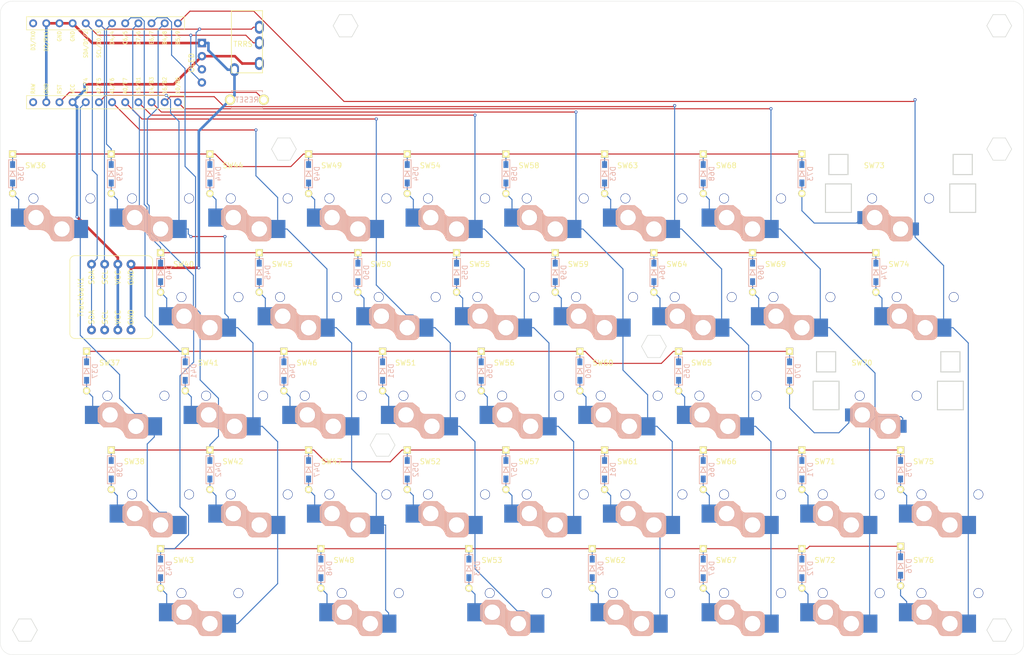
<source format=kicad_pcb>
(kicad_pcb (version 20240108) (generator "pcbnew") (generator_version "8.0")
  (layers (0 "F.Cu" signal) (31 "B.Cu" signal) (34 "B.Paste" user) (35 "F.Paste" user) (36 "B.SilkS" user "B.Silkscreen") (37 "F.SilkS" user "F.Silkscreen") (38 "B.Mask" user) (39 "F.Mask" user) (44 "Edge.Cuts" user))
  (net 0 "")
  (net 1 "Net-(D36-A)")
  (net 2 "Row0")
  (net 3 "Net-(D37-A)")
  (net 4 "Row2")
  (net 5 "Row3")
  (net 6 "Net-(D38-A)")
  (net 7 "Net-(D39-A)")
  (net 8 "Row4")
  (net 9 "Net-(D40-A)")
  (net 10 "Net-(D41-A)")
  (net 11 "Row1")
  (net 12 "Net-(D42-A)")
  (net 13 "Net-(D43-A)")
  (net 14 "Net-(D44-A)")
  (net 15 "Net-(D45-A)")
  (net 16 "Net-(D46-A)")
  (net 17 "Net-(D47-A)")
  (net 18 "Net-(D48-A)")
  (net 19 "Net-(D49-A)")
  (net 20 "Net-(D50-A)")
  (net 21 "Net-(D51-A)")
  (net 22 "Net-(D52-A)")
  (net 23 "Net-(D53-A)")
  (net 24 "Net-(D54-A)")
  (net 25 "Net-(D55-A)")
  (net 26 "Net-(D56-A)")
  (net 27 "Net-(D57-A)")
  (net 28 "Net-(D58-A)")
  (net 29 "Net-(D59-A)")
  (net 30 "Net-(D60-A)")
  (net 31 "Net-(D61-A)")
  (net 32 "Net-(D62-A)")
  (net 33 "Net-(D63-A)")
  (net 34 "Net-(D64-A)")
  (net 35 "Net-(D65-A)")
  (net 36 "Net-(D66-A)")
  (net 37 "Net-(D67-A)")
  (net 38 "Net-(D68-A)")
  (net 39 "Net-(D69-A)")
  (net 40 "Net-(D70-A)")
  (net 41 "Net-(D71-A)")
  (net 42 "Net-(D72-A)")
  (net 43 "Net-(D73-A)")
  (net 44 "Net-(D74-A)")
  (net 45 "Net-(D75-A)")
  (net 46 "Net-(D76-A)")
  (net 47 "SCL")
  (net 48 "VCC")
  (net 49 "GND")
  (net 50 "SDA")
  (net 51 "Col0")
  (net 52 "Col1")
  (net 53 "Col2")
  (net 54 "Col3")
  (net 55 "Col4")
  (net 56 "Col5")
  (net 57 "Col6")
  (net 58 "Col7")
  (net 59 "Col8")
  (net 60 "Reset")
  (footprint "kbd_SW:Choc_Hotswap_2u_Stab" (layer "F.Cu") (at 190.5 57.15)
    (property "Reference" "SW73")
    (property "Value" "SW_Push" (hide yes))
    (fp_line (start -14.5 -2.8) (end -9.5 -2.8) (stroke (width 0.2)) (layer "Edge.Cuts"))
    (fp_line (start -14.5 2.7) (end -14.5 -2.8) (stroke (width 0.2)) (layer "Edge.Cuts"))
    (fp_line (start -13.85 -8.5) (end -10.15 -8.5) (stroke (width 0.2)) (layer "Edge.Cuts"))
    (fp_line (start -13.85 -4.6) (end -13.85 -8.5) (stroke (width 0.2)) (layer "Edge.Cuts"))
    (fp_line (start -10.15 -8.5) (end -10.15 -4.6) (stroke (width 0.2)) (layer "Edge.Cuts"))
    (fp_line (start -10.15 -4.6) (end -13.85 -4.6) (stroke (width 0.2)) (layer "Edge.Cuts"))
    (fp_line (start -9.5 -2.8) (end -9.5 2.7) (stroke (width 0.2)) (layer "Edge.Cuts"))
    (fp_line (start -9.5 2.7) (end -14.5 2.7) (stroke (width 0.2)) (layer "Edge.Cuts"))
    (fp_line (start 9.5 -2.8) (end 9.5 2.7) (stroke (width 0.2)) (layer "Edge.Cuts"))
    (fp_line (start 9.5 2.7) (end 14.5 2.7) (stroke (width 0.2)) (layer "Edge.Cuts"))
    (fp_line (start 10.15 -8.5) (end 10.15 -4.6) (stroke (width 0.2)) (layer "Edge.Cuts"))
    (fp_line (start 10.15 -4.6) (end 13.85 -4.6) (stroke (width 0.2)) (layer "Edge.Cuts"))
    (fp_line (start 13.85 -8.5) (end 10.15 -8.5) (stroke (width 0.2)) (layer "Edge.Cuts"))
    (fp_line (start 13.85 -8.5) (end 13.85 -4.6) (stroke (width 0.2)) (layer "Edge.Cuts"))
    (fp_line (start 14.5 -2.8) (end 9.5 -2.8) (stroke (width 0.2)) (layer "Edge.Cuts"))
    (fp_line (start 14.5 2.7) (end 14.5 -2.8) (stroke (width 0.2)) (layer "Edge.Cuts"))
  )
  (footprint "kbd_SW:Choc_Hotswap_1u" (layer "F.Cu") (at 85.725 57.15)
    (property "Reference" "SW49")
    (property "Value" "SW_Push" (hide yes))
  )
  (footprint "kbd_SW:Choc_Hotswap_1u" (layer "F.Cu") (at 180.975 133.35)
    (property "Reference" "SW72")
    (property "Value" "SW_Push" (hide yes))
  )
  (footprint "kbd_SW:Choc_Hotswap_1u" (layer "F.Cu") (at 195.2625 76.2)
    (property "Reference" "SW74")
    (property "Value" "SW_Push" (hide yes))
  )
  (footprint "kbd_Parts:Diode_TH_SMD" (layer "F.Cu") (at 152.4 128.5875 -90)
    (property "Reference" "D67")
    (property "Value" "D" (hide yes))
  )
  (footprint "kbd_Parts:Diode_TH_SMD" (layer "F.Cu") (at 66.675 71.4375 -90)
    (property "Reference" "D45")
    (property "Value" "D" (hide yes))
  )
  (footprint "kbd_Hole:m2_Spacer_Hole_hex" (layer "F.Cu") (at 209.55 23.8125)
    (property "Reference" "M2")
    (property "Value" "Mark")
    (fp_line (start -2.4 0) (end -1.2 2.15) (stroke (width 0.1)) (layer "Edge.Cuts"))
    (fp_line (start -1.2 -2.15) (end -2.4 0) (stroke (width 0.1)) (layer "Edge.Cuts"))
    (fp_line (start -1.2 2.15) (end 1.2 2.15) (stroke (width 0.1)) (layer "Edge.Cuts"))
    (fp_line (start 1.2 -2.15) (end -1.2 -2.15) (stroke (width 0.1)) (layer "Edge.Cuts"))
    (fp_line (start 1.2 2.15) (end 2.4 0) (stroke (width 0.1)) (layer "Edge.Cuts"))
    (fp_line (start 2.4 0) (end 1.2 -2.15) (stroke (width 0.1)) (layer "Edge.Cuts"))
  )
  (footprint "kbd_Parts:Diode_TH_SMD" (layer "F.Cu") (at 114.3 52.3875 -90)
    (property "Reference" "D58")
    (property "Value" "D" (hide yes))
  )
  (footprint "kbd_SW:Choc_Hotswap_1u" (layer "F.Cu") (at 161.925 57.15)
    (property "Reference" "SW68")
    (property "Value" "SW_Push" (hide yes))
  )
  (footprint "kbd_Parts:Diode_TH_SMD" (layer "F.Cu") (at 104.775 71.4375 -90)
    (property "Reference" "D55")
    (property "Value" "D" (hide yes))
  )
  (footprint "kbd_Parts:Diode_TH_SMD" (layer "F.Cu") (at 109.5375 90.4875 -90)
    (property "Reference" "D56")
    (property "Value" "D" (hide yes))
  )
  (footprint "kbd_SW:Choc_Hotswap_1u" (layer "F.Cu") (at 47.625 57.15)
    (property "Reference" "SW39" (hide yes))
    (property "Value" "SW_Push" (hide yes))
  )
  (footprint "kbd_Parts:Diode_TH_SMD" (layer "F.Cu") (at 190.5 109.5375 -90)
    (property "Reference" "D75")
    (property "Value" "D" (hide yes))
  )
  (footprint "kbd_SW:Choc_Hotswap_1u" (layer "F.Cu") (at 200.025 114.3)
    (property "Reference" "SW75")
    (property "Value" "SW_Push" (hide yes))
  )
  (footprint "kbd_Parts:Diode_TH_SMD" (layer "F.Cu") (at 90.4875 90.4875 -90)
    (property "Reference" "D51")
    (property "Value" "D" (hide yes))
  )
  (footprint "kbd_Hole:m2_Spacer_Hole_hex" (layer "F.Cu") (at 142.875 85.725)
    (property "Reference" "M5")
    (property "Value" "Mark")
    (fp_line (start -2.4 0) (end -1.2 2.15) (stroke (width 0.1)) (layer "Edge.Cuts"))
    (fp_line (start -1.2 -2.15) (end -2.4 0) (stroke (width 0.1)) (layer "Edge.Cuts"))
    (fp_line (start -1.2 2.15) (end 1.2 2.15) (stroke (width 0.1)) (layer "Edge.Cuts"))
    (fp_line (start 1.2 -2.15) (end -1.2 -2.15) (stroke (width 0.1)) (layer "Edge.Cuts"))
    (fp_line (start 1.2 2.15) (end 2.4 0) (stroke (width 0.1)) (layer "Edge.Cuts"))
    (fp_line (start 2.4 0) (end 1.2 -2.15) (stroke (width 0.1)) (layer "Edge.Cuts"))
  )
  (footprint "kbd_Parts:Diode_TH_SMD" (layer "F.Cu") (at 169.0688 90.4875 -90)
    (property "Reference" "D70")
    (property "Value" "D" (hide yes))
  )
  (footprint "kbd_SW:Choc_Hotswap_1u" (layer "F.Cu") (at 119.0625 95.25)
    (property "Reference" "SW56")
    (property "Value" "SW_Push" (hide yes))
  )
  (footprint "kbd_SW:Choc_Hotswap_1u" (layer "F.Cu") (at 88.1063 133.35)
    (property "Reference" "SW48")
    (property "Value" "SW_Push" (hide yes))
  )
  (footprint "kbd_Parts:Diode_TH_SMD" (layer "F.Cu") (at 71.4375 90.4875 -90)
    (property "Reference" "D46")
    (property "Value" "D" (hide yes))
  )
  (footprint "kbd_SW:Choc_Hotswap_1u" (layer "F.Cu") (at 57.15 76.2)
    (property "Reference" "SW40")
    (property "Value" "SW_Push" (hide yes))
  )
  (footprint "kbd_SW:Choc_Hotswap_1u" (layer "F.Cu") (at 114.3 76.2)
    (property "Reference" "SW55")
    (property "Value" "SW_Push" (hide yes))
  )
  (footprint "kbd_SW:Choc_Hotswap_1u" (layer "F.Cu") (at 66.675 57.15)
    (property "Reference" "SW44")
    (property "Value" "SW_Push" (hide yes))
  )
  (footprint "kbd_SW:Choc_Hotswap_1u" (layer "F.Cu") (at 100.0125 95.25)
    (property "Reference" "SW51")
    (property "Value" "SW_Push" (hide yes))
  )
  (footprint "kbd_Parts:Diode_TH_SMD" (layer "F.Cu") (at 161.925 71.4375 -90)
    (property "Reference" "D69")
    (property "Value" "D" (hide yes))
  )
  (footprint "kbd_Parts:Diode_TH_SMD" (layer "F.Cu") (at 38.1 52.3875 -90)
    (property "Reference" "D39")
    (property "Value" "D" (hide yes))
  )
  (footprint "kbd_SW:Choc_Hotswap_1u" (layer "F.Cu") (at 104.775 114.3)
    (property "Reference" "SW52")
    (property "Value" "SW_Push" (hide yes))
  )
  (footprint "kbd_Hole:m2_Spacer_Hole_hex" (layer "F.Cu") (at 90.4875 104.775)
    (property "Reference" "M6")
    (property "Value" "Mark")
    (fp_line (start -2.4 0) (end -1.2 2.15) (stroke (width 0.1)) (layer "Edge.Cuts"))
    (fp_line (start -1.2 -2.15) (end -2.4 0) (stroke (width 0.1)) (layer "Edge.Cuts"))
    (fp_line (start -1.2 2.15) (end 1.2 2.15) (stroke (width 0.1)) (layer "Edge.Cuts"))
    (fp_line (start 1.2 -2.15) (end -1.2 -2.15) (stroke (width 0.1)) (layer "Edge.Cuts"))
    (fp_line (start 1.2 2.15) (end 2.4 0) (stroke (width 0.1)) (layer "Edge.Cuts"))
    (fp_line (start 2.4 0) (end 1.2 -2.15) (stroke (width 0.1)) (layer "Edge.Cuts"))
  )
  (footprint "kbd_SW:Choc_Hotswap_1u" (layer "F.Cu") (at 152.4 76.2)
    (property "Reference" "SW64")
    (property "Value" "SW_Push" (hide yes))
  )
  (footprint "kbd_SW:Choc_Hotswap_1u" (layer "F.Cu") (at 42.8625 95.25)
    (property "Reference" "SW37")
    (property "Value" "SW_Push" (hide yes))
  )
  (footprint "kbd_Parts:Diode_TH_SMD" (layer "F.Cu") (at 95.25 52.3875 -90)
    (property "Reference" "D54")
    (property "Value" "D" (hide yes))
  )
  (footprint "kbd_SW:Choc_Hotswap_1u" (layer "F.Cu") (at 138.1125 95.25)
    (property "Reference" "SW60")
    (property "Value" "SW_Push" (hide yes))
  )
  (footprint "kbd_SW:Choc_Hotswap_1u" (layer "F.Cu") (at 161.925 114.3)
    (property "Reference" "SW66")
    (property "Value" "SW_Push" (hide yes))
  )
  (footprint "kbd_SW:Choc_Hotswap_1u" (layer "F.Cu") (at 123.825 57.15)
    (property "Reference" "SW58")
    (property "Value" "SW_Push" (hide yes))
  )
  (footprint "kbd_Parts:Diode_TH_SMD" (layer "F.Cu") (at 78.5813 128.5875 -90)
    (property "Reference" "D48")
    (property "Value" "D" (hide yes))
  )
  (footprint "kbd_SW:Choc_Hotswap_1u" (layer "F.Cu") (at 47.625 114.3)
    (property "Reference" "SW38")
    (property "Value" "SW_Push" (hide yes))
  )
  (footprint "kbd_SW:Choc_Hotswap_1u" (layer "F.Cu") (at 61.9125 95.25)
    (property "Reference" "SW41")
    (property "Value" "SW_Push" (hide yes))
  )
  (footprint "kbd_SW:Choc_Hotswap_1u" (layer "F.Cu") (at 200.025 133.35)
    (property "Reference" "SW76")
    (property "Value" "SW_Push" (hide yes))
  )
  (footprint "kbd_Parts:Diode_TH_SMD" (layer "F.Cu") (at 52.3875 90.4875 -90)
    (property "Reference" "D41")
    (property "Value" "D" (hide yes))
  )
  (footprint "kbd_Parts:Diode_TH_SMD" (layer "F.Cu") (at 95.25 109.5375 -90)
    (property "Reference" "D52")
    (property "Value" "D" (hide yes))
  )
  (footprint "kbd_Parts:Diode_TH_SMD" (layer "F.Cu") (at 19.05 52.3875 -90)
    (property "Reference" "D36")
    (property "Value" "D" (hide yes))
  )
  (footprint "kbd_Parts:Diode_TH_SMD" (layer "F.Cu") (at 57.15 52.3875 -90)
    (property "Reference" "D44")
    (property "Value" "D" (hide yes))
  )
  (footprint "kbd_Parts:Diode_TH_SMD" (layer "F.Cu") (at 142.875 71.4375 -90)
    (property "Reference" "D64")
    (property "Value" "D" (hide yes))
  )
  (footprint "kbd_Parts:Diode_TH_SMD" (layer "F.Cu") (at 152.4 109.5375 -90)
    (property "Reference" "D66")
    (property "Value" "D" (hide yes))
  )
  (footprint "kbd_Parts:ResetSW" (layer "F.Cu") (at 64.2938 38.1)
    (property "Reference" "SW77" (hide yes))
    (property "Value" "SW_Push")
  )
  (footprint "kbd_SW:Choc_Hotswap_2u_Stab" (layer "F.Cu") (at 188.1188 95.25)
    (property "Reference" "SW70")
    (property "Value" "SW_Push" (hide yes))
    (fp_line (start -14.5 -2.8) (end -9.5 -2.8) (stroke (width 0.2)) (layer "Edge.Cuts"))
    (fp_line (start -14.5 2.7) (end -14.5 -2.8) (stroke (width 0.2)) (layer "Edge.Cuts"))
    (fp_line (start -13.85 -8.5) (end -10.15 -8.5) (stroke (width 0.2)) (layer "Edge.Cuts"))
    (fp_line (start -13.85 -4.6) (end -13.85 -8.5) (stroke (width 0.2)) (layer "Edge.Cuts"))
    (fp_line (start -10.15 -8.5) (end -10.15 -4.6) (stroke (width 0.2)) (layer "Edge.Cuts"))
    (fp_line (start -10.15 -4.6) (end -13.85 -4.6) (stroke (width 0.2)) (layer "Edge.Cuts"))
    (fp_line (start -9.5 -2.8) (end -9.5 2.7) (stroke (width 0.2)) (layer "Edge.Cuts"))
    (fp_line (start -9.5 2.7) (end -14.5 2.7) (stroke (width 0.2)) (layer "Edge.Cuts"))
    (fp_line (start 9.5 -2.8) (end 9.5 2.7) (stroke (width 0.2)) (layer "Edge.Cuts"))
    (fp_line (start 9.5 2.7) (end 14.5 2.7) (stroke (width 0.2)) (layer "Edge.Cuts"))
    (fp_line (start 10.15 -8.5) (end 10.15 -4.6) (stroke (width 0.2)) (layer "Edge.Cuts"))
    (fp_line (start 10.15 -4.6) (end 13.85 -4.6) (stroke (width 0.2)) (layer "Edge.Cuts"))
    (fp_line (start 13.85 -8.5) (end 10.15 -8.5) (stroke (width 0.2)) (layer "Edge.Cuts"))
    (fp_line (start 13.85 -8.5) (end 13.85 -4.6) (stroke (width 0.2)) (layer "Edge.Cuts"))
    (fp_line (start 14.5 -2.8) (end 9.5 -2.8) (stroke (width 0.2)) (layer "Edge.Cuts"))
    (fp_line (start 14.5 2.7) (end 14.5 -2.8) (stroke (width 0.2)) (layer "Edge.Cuts"))
  )
  (footprint "kbd_SW:Choc_Hotswap_1u" (layer "F.Cu") (at 80.9625 95.25)
    (property "Reference" "SW46")
    (property "Value" "SW_Push" (hide yes))
  )
  (footprint "kbd_Parts:Diode_TH_SMD" (layer "F.Cu") (at 123.825 71.4375 -90)
    (property "Reference" "D59")
    (property "Value" "D" (hide yes))
  )
  (footprint "kbd_SW:Choc_Hotswap_1u" (layer "F.Cu") (at 142.875 57.15)
    (property "Reference" "SW63")
    (property "Value" "SW_Push" (hide yes))
  )
  (footprint "kbd_SW:Choc_Hotswap_1u" (layer "F.Cu") (at 171.45 76.2)
    (property "Reference" "SW69")
    (property "Value" "SW_Push" (hide yes))
  )
  (footprint "kbd_SW:Choc_Hotswap_1u" (layer "F.Cu") (at 95.25 76.2)
    (property "Reference" "SW50")
    (property "Value" "SW_Push" (hide yes))
  )
  (footprint "kbd_Parts:Diode_TH_SMD" (layer "F.Cu") (at 85.725 71.4375 -90)
    (property "Reference" "D50")
    (property "Value" "D" (hide yes))
  )
  (footprint "kbd_Hole:m2_Spacer_Hole_hex" (layer "F.Cu") (at 21.4313 140.4937)
    (property "Reference" "M7")
    (property "Value" "Mark")
    (fp_line (start -2.4 0) (end -1.2 2.15) (stroke (width 0.1)) (layer "Edge.Cuts"))
    (fp_line (start -1.2 -2.15) (end -2.4 0) (stroke (width 0.1)) (layer "Edge.Cuts"))
    (fp_line (start -1.2 2.15) (end 1.2 2.15) (stroke (width 0.1)) (layer "Edge.Cuts"))
    (fp_line (start 1.2 -2.15) (end -1.2 -2.15) (stroke (width 0.1)) (layer "Edge.Cuts"))
    (fp_line (start 1.2 2.15) (end 2.4 0) (stroke (width 0.1)) (layer "Edge.Cuts"))
    (fp_line (start 2.4 0) (end 1.2 -2.15) (stroke (width 0.1)) (layer "Edge.Cuts"))
  )
  (footprint "kbd_Parts:Diode_TH_SMD" (layer "F.Cu") (at 107.1563 128.5875 -90)
    (property "Reference" "D53")
    (property "Value" "D" (hide yes))
  )
  (footprint "kbd_Parts:Diode_TH_SMD" (layer "F.Cu") (at 185.7375 71.4375 -90)
    (property "Reference" "D74")
    (property "Value" "D" (hide yes))
  )
  (footprint "kbd_SW:Choc_Hotswap_1u" (layer "F.Cu") (at 133.35 76.2)
    (property "Reference" "SW59")
    (property "Value" "SW_Push" (hide yes))
  )
  (footprint "kbd_Parts:Diode_TH_SMD" (layer "F.Cu") (at 47.625 71.4375 -90)
    (property "Reference" "D40")
    (property "Value" "D" (hide yes))
  )
  (footprint "kbd_SW:Choc_Hotswap_1u" (layer "F.Cu") (at 28.575 57.15)
    (property "Reference" "SW36")
    (property "Value" "SW_Push" (hide yes))
  )
  (footprint "kbd_SW:Choc_Hotswap_1u" (layer "F.Cu") (at 157.1625 95.25)
    (property "Reference" "SW65")
    (property "Value" "SW_Push" (hide yes))
  )
  (footprint "kbd_SW:Choc_Hotswap_1u" (layer "F.Cu") (at 66.675 114.3)
    (property "Reference" "SW42")
    (property "Value" "SW_Push" (hide yes))
  )
  (footprint "kbd_Parts:Diode_TH_SMD" (layer "F.Cu") (at 128.5875 90.4875 -90)
    (property "Reference" "D60")
    (property "Value" "D" (hide yes))
  )
  (footprint "kbd_SW:Choc_Hotswap_1u" (layer "F.Cu") (at 104.775 57.15)
    (property "Reference" "SW54")
    (property "Value" "SW_Push" (hide yes))
  )
  (footprint "kbd_SW:Choc_Hotswap_1u" (layer "F.Cu") (at 142.875 114.3)
    (property "Reference" "SW61")
    (property "Value" "SW_Push" (hide yes))
  )
  (footprint "kbd_SW:Choc_Hotswap_1u" (layer "F.Cu") (at 123.825 114.3)
    (property "Reference" "SW57")
    (property "Value" "SW_Push" (hide yes))
  )
  (footprint "kbd_Hole:m2_Screw_Hole" (layer "F.Cu") (at 73.8188 26.1937)
    (property "Reference" "M9")
    (property "Value" "Mark")
  )
  (footprint "kbd_SW:Choc_Hotswap_1u" (layer "F.Cu") (at 140.4938 133.35)
    (property "Reference" "SW62")
    (property "Value" "SW_Push" (hide yes))
  )
  (footprint "BrownSugar_KBD:OLED_center_module" (layer "F.Cu") (at 38.1 30.9562 90)
    (property "Reference" "OL2")
    (property "Value" "OLED")
  )
  (footprint "kbd_SW:Choc_Hotswap_1u" (layer "F.Cu") (at 161.925 133.35)
    (property "Reference" "SW67")
    (property "Value" "SW_Push" (hide yes))
  )
  (footprint "kbd_Parts:Diode_TH_SMD" (layer "F.Cu") (at 171.45 109.5375 -90)
    (property "Reference" "D71")
    (property "Value" "D" (hide yes))
  )
  (footprint "kicad:AZ1UBALL" (layer "F.Cu") (at 38.1 76.2 90)
    (property "Reference" "Trackball1")
    (property "Value" "az1uball")
  )
  (footprint "kbd_SW:Choc_Hotswap_1u" (layer "F.Cu") (at 76.2 76.2)
    (property "Reference" "SW45")
    (property "Value" "SW_Push" (hide yes))
  )
  (footprint "kbd_SW:Choc_Hotswap_1u" (layer "F.Cu") (at 57.15 133.35)
    (property "Reference" "SW43")
    (property "Value" "SW_Push" (hide yes))
  )
  (footprint "kbd_SW:Choc_Hotswap_1u" (layer "F.Cu") (at 180.975 114.3)
    (property "Reference" "SW71")
    (property "Value" "SW_Push" (hide yes))
  )
  (footprint "kbd_Parts:Diode_TH_SMD" (layer "F.Cu") (at 76.2 109.5375 -90)
    (property "Reference" "D47")
    (property "Value" "D" (hide yes))
  )
  (footprint "kbd_Parts:Diode_TH_SMD" (layer "F.Cu") (at 147.6375 90.4875 -90)
    (property "Reference" "D65")
    (property "Value" "D" (hide yes))
  )
  (footprint "kbd_Parts:Diode_TH_SMD" (layer "F.Cu") (at 57.15 109.5375 -90)
    (property "Reference" "D42")
    (property "Value" "D" (hide yes))
  )
  (footprint "BrownSugar_KBD:TRRS_PJ-320A" (layer "F.Cu") (at 64.2938 20.8987)
    (property "Reference" "J2")
    (property "Value" "TRRS" (hide yes))
  )
  (footprint "kbd_Parts:Diode_TH_SMD" (layer "F.Cu") (at 171.45 52.3875 -90)
    (property "Reference" "D73")
    (property "Value" "D" (hide yes))
  )
  (footprint "kbd_Parts:Diode_TH_SMD" (layer "F.Cu") (at 38.1 109.5375 -90)
    (property "Reference" "D38")
    (property "Value" "D" (hide yes))
  )
  (footprint "kbd_SW:Choc_Hotswap_1u" (layer "F.Cu") (at 85.725 114.3)
    (property "Reference" "SW47")
    (property "Value" "SW_Push" (hide yes))
  )
  (footprint "kbd_Hole:m2_Spacer_Hole_hex" (layer "F.Cu") (at 209.55 140.4937)
    (property "Reference" "M8")
    (property "Value" "Mark")
    (fp_line (start -2.4 0) (end -1.2 2.15) (stroke (width 0.1)) (layer "Edge.Cuts"))
    (fp_line (start -1.2 -2.15) (end -2.4 0) (stroke (width 0.1)) (layer "Edge.Cuts"))
    (fp_line (start -1.2 2.15) (end 1.2 2.15) (stroke (width 0.1)) (layer "Edge.Cuts"))
    (fp_line (start 1.2 -2.15) (end -1.2 -2.15) (stroke (width 0.1)) (layer "Edge.Cuts"))
    (fp_line (start 1.2 2.15) (end 2.4 0) (stroke (width 0.1)) (layer "Edge.Cuts"))
    (fp_line (start 2.4 0) (end 1.2 -2.15) (stroke (width 0.1)) (layer "Edge.Cuts"))
  )
  (footprint "kbd_Parts:Diode_TH_SMD" (layer "F.Cu") (at 171.45 128.5875 -90)
    (property "Reference" "D72")
    (property "Value" "D" (hide yes))
  )
  (footprint "kbd_Parts:Diode_TH_SMD" (layer "F.Cu") (at 133.35 52.3875 -90)
    (property "Reference" "D63")
    (property "Value" "D" (hide yes))
  )
  (footprint "kbd_Parts:Diode_TH_SMD" (layer "F.Cu") (at 76.2 52.3875 -90)
    (property "Reference" "D49")
    (property "Value" "D" (hide yes))
  )
  (footprint "kbd_Parts:Diode_TH_SMD" (layer "F.Cu") (at 33.3375 90.4875 -90)
    (property "Reference" "D37")
    (property "Value" "D" (hide yes))
  )
  (footprint "kbd_Parts:Diode_TH_SMD" (layer "F.Cu") (at 152.4 52.3875 -90)
    (property "Reference" "D68")
    (property "Value" "D" (hide yes))
  )
  (footprint "kbd_Parts:Diode_TH_SMD" (layer "F.Cu") (at 47.625 128.5875 -90)
    (property "Reference" "D43")
    (property "Value" "D" (hide yes))
  )
  (footprint "kbd_Parts:Diode_TH_SMD" (layer "F.Cu") (at 130.9688 128.5875 -90)
    (property "Reference" "D62")
    (property "Value" "D" (hide yes))
  )
  (footprint "kbd_Hole:m2_Screw_Hole" (layer "F.Cu") (at 73.8188 35.7187)
    (property "Reference" "M10")
    (property "Value" "Mark")
  )
  (footprint "kbd_Hole:m2_Spacer_Hole_hex" (layer "F.Cu") (at 209.55 47.625)
    (property "Reference" "M4")
    (property "Value" "Mark")
    (fp_line (start -2.4 0) (end -1.2 2.15) (stroke (width 0.1)) (layer "Edge.Cuts"))
    (fp_line (start -1.2 -2.15) (end -2.4 0) (stroke (width 0.1)) (layer "Edge.Cuts"))
    (fp_line (start -1.2 2.15) (end 1.2 2.15) (stroke (width 0.1)) (layer "Edge.Cuts"))
    (fp_line (start 1.2 -2.15) (end -1.2 -2.15) (stroke (width 0.1)) (layer "Edge.Cuts"))
    (fp_line (start 1.2 2.15) (end 2.4 0) (stroke (width 0.1)) (layer "Edge.Cuts"))
    (fp_line (start 2.4 0) (end 1.2 -2.15) (stroke (width 0.1)) (layer "Edge.Cuts"))
  )
  (footprint "kbd_Hole:m2_Spacer_Hole_hex" (layer "F.Cu") (at 83.3438 23.8125)
    (property "Reference" "M1")
    (property "Value" "Mark")
    (fp_line (start -2.4 0) (end -1.2 2.15) (stroke (width 0.1)) (layer "Edge.Cuts"))
    (fp_line (start -1.2 -2.15) (end -2.4 0) (stroke (width 0.1)) (layer "Edge.Cuts"))
    (fp_line (start -1.2 2.15) (end 1.2 2.15) (stroke (width 0.1)) (layer "Edge.Cuts"))
    (fp_line (start 1.2 -2.15) (end -1.2 -2.15) (stroke (width 0.1)) (layer "Edge.Cuts"))
    (fp_line (start 1.2 2.15) (end 2.4 0) (stroke (width 0.1)) (layer "Edge.Cuts"))
    (fp_line (start 2.4 0) (end 1.2 -2.15) (stroke (width 0.1)) (layer "Edge.Cuts"))
  )
  (footprint "kbd_Hole:m2_Spacer_Hole_hex" (layer "F.Cu") (at 71.4375 47.625)
    (property "Reference" "M3")
    (property "Value" "Mark")
    (fp_line (start -2.4 0) (end -1.2 2.15) (stroke (width 0.1)) (layer "Edge.Cuts"))
    (fp_line (start -1.2 -2.15) (end -2.4 0) (stroke (width 0.1)) (layer "Edge.Cuts"))
    (fp_line (start -1.2 2.15) (end 1.2 2.15) (stroke (width 0.1)) (layer "Edge.Cuts"))
    (fp_line (start 1.2 -2.15) (end -1.2 -2.15) (stroke (width 0.1)) (layer "Edge.Cuts"))
    (fp_line (start 1.2 2.15) (end 2.4 0) (stroke (width 0.1)) (layer "Edge.Cuts"))
    (fp_line (start 2.4 0) (end 1.2 -2.15) (stroke (width 0.1)) (layer "Edge.Cuts"))
  )
  (footprint "kbd_Parts:Diode_TH_SMD" (layer "F.Cu") (at 190.5 128.1245 -90)
    (property "Reference" "D76")
    (property "Value" "D" (hide yes))
  )
  (footprint "kbd_SW:Choc_Hotswap_1u" (layer "F.Cu") (at 116.6813 133.35)
    (property "Reference" "SW53")
    (property "Value" "SW_Push" (hide yes))
  )
  (footprint "kbd_Parts:Diode_TH_SMD" (layer "F.Cu") (at 133.35 109.5375 -90)
    (property "Reference" "D61")
    (property "Value" "D" (hide yes))
  )
  (footprint "kbd_Parts:Diode_TH_SMD" (layer "F.Cu") (at 114.3 109.5375 -90)
    (property "Reference" "D57")
    (property "Value" "D" (hide yes))
  )
  (footprint "BrownSugar_KBD:ProMicro_r" (layer "F.Cu") (at 35.7188 30.9562 90)
    (property "Reference" "U2" (hide yes))
    (property "Value" "ProMicro" (hide yes))
  )
  (gr_line (start 211.93125 145.25625) (end 19.05 145.25625) (stroke (width 0.05)) (layer "Edge.Cuts"))
  (gr_arc (start 16.66875 21.43125) (mid 17.366202 19.747452) (end 19.05 19.05) (stroke (width 0.05)) (layer "Edge.Cuts"))
  (gr_arc (start 19.05 145.25625) (mid 17.366202 144.558798) (end 16.66875 142.875) (stroke (width 0.05)) (layer "Edge.Cuts"))
  (gr_line (start 16.66875 142.875) (end 16.66875 21.43125) (stroke (width 0.05)) (layer "Edge.Cuts"))
  (gr_line (start 214.3125 21.43125) (end 214.3125 142.875) (stroke (width 0.05)) (layer "Edge.Cuts"))
  (gr_line (start 211.93125 19.05) (end 19.05 19.05) (stroke (width 0.05)) (layer "Edge.Cuts"))
  (gr_arc (start 214.3125 142.875) (mid 213.615048 144.558798) (end 211.93125 145.25625) (stroke (width 0.05)) (layer "Edge.Cuts"))
  (gr_arc (start 211.93125 19.05) (mid 213.615066 19.747449) (end 214.3125 21.43125) (stroke (width 0.05)) (layer "Edge.Cuts"))
  (segment (start 19.05 56.1975) (end 19.05 54.1625) (width 0.2) (layer "B.Cu") (net 1))
  (segment (start 20.225 57.3725) (end 20.225 60.85) (width 0.2) (layer "B.Cu") (net 1))
  (segment (start 19.05 56.1975) (end 20.225 57.3725) (width 0.2) (layer "B.Cu") (net 1))
  (segment (start 60.5727 51) (end 72.7773 51) (width 0.2) (layer "F.Cu") (net 2))
  (segment (start 72.7773 51) (end 75.1998 48.5775) (width 0.2) (layer "F.Cu") (net 2))
  (segment (start 152.4 48.5775) (end 133.35 48.5775) (width 0.2) (layer "F.Cu") (net 2))
  (segment (start 38.1 48.5775) (end 57.15 48.5775) (width 0.2) (layer "F.Cu") (net 2))
  (segment (start 76.2 48.5775) (end 95.25 48.5775) (width 0.2) (layer "F.Cu") (net 2))
  (segment (start 57.15 48.5775) (end 58.1502 48.5775) (width 0.2) (layer "F.Cu") (net 2))
  (segment (start 19.05 48.5775) (end 38.1 48.5775) (width 0.2) (layer "F.Cu") (net 2))
  (segment (start 152.4 48.5775) (end 171.45 48.5775) (width 0.2) (layer "F.Cu") (net 2))
  (segment (start 75.1998 48.5775) (end 76.2 48.5775) (width 0.2) (layer "F.Cu") (net 2))
  (segment (start 133.35 48.5775) (end 114.3 48.5775) (width 0.2) (layer "F.Cu") (net 2))
  (segment (start 95.25 48.5775) (end 114.3 48.5775) (width 0.2) (layer "F.Cu") (net 2))
  (segment (start 58.1502 48.5775) (end 60.5727 51) (width 0.2) (layer "F.Cu") (net 2))
  (segment (start 76.2 50.6125) (end 76.2 48.5775) (width 0.2) (layer "B.Cu") (net 2))
  (segment (start 95.25 50.6125) (end 95.25 48.5775) (width 0.2) (layer "B.Cu") (net 2))
  (segment (start 171.45 50.6125) (end 171.45 48.5775) (width 0.2) (layer "B.Cu") (net 2))
  (segment (start 152.4 50.6125) (end 152.4 48.5775) (width 0.2) (layer "B.Cu") (net 2))
  (segment (start 38.1 50.6125) (end 38.1 48.5775) (width 0.2) (layer "B.Cu") (net 2))
  (segment (start 133.35 50.6125) (end 133.35 48.5775) (width 0.2) (layer "B.Cu") (net 2))
  (segment (start 38.1 48.5775) (end 38.1 47.5773) (width 0.2) (layer "B.Cu") (net 2))
  (segment (start 19.05 50.6125) (end 19.05 48.5775) (width 0.2) (layer "B.Cu") (net 2))
  (segment (start 114.3 50.6125) (end 114.3 48.5775) (width 0.2) (layer "B.Cu") (net 2))
  (segment (start 38.1 47.5773) (end 37.1885 46.6658) (width 0.2) (layer "B.Cu") (net 2))
  (segment (start 37.1885 24.4065) (end 38.2588 23.3362) (width 0.2) (layer "B.Cu") (net 2))
  (segment (start 37.1885 46.6658) (end 37.1885 24.4065) (width 0.2) (layer "B.Cu") (net 2))
  (segment (start 57.15 50.6125) (end 57.15 48.5775) (width 0.2) (layer "B.Cu") (net 2))
  (segment (start 33.3375 94.2975) (end 33.3375 92.2625) (width 0.2) (layer "B.Cu") (net 3))
  (segment (start 34.5125 95.4725) (end 34.5125 98.95) (width 0.2) (layer "B.Cu") (net 3))
  (segment (start 33.3375 94.2975) (end 34.5125 95.4725) (width 0.2) (layer "B.Cu") (net 3))
  (segment (start 90.4875 86.6775) (end 109.5375 86.6775) (width 0.2) (layer "F.Cu") (net 4))
  (segment (start 147.6375 86.6775) (end 146.6373 86.6775) (width 0.2) (layer "F.Cu") (net 4))
  (segment (start 52.3875 86.6775) (end 71.4375 86.6775) (width 0.2) (layer "F.Cu") (net 4))
  (segment (start 71.4375 86.6775) (end 90.4875 86.6775) (width 0.2) (layer "F.Cu") (net 4))
  (segment (start 129.5877 86.6775) (end 128.5875 86.6775) (width 0.2) (layer "F.Cu") (net 4))
  (segment (start 128.5875 86.6775) (end 109.5375 86.6775) (width 0.2) (layer "F.Cu") (net 4))
  (segment (start 169.0688 86.6775) (end 147.6375 86.6775) (width 0.2) (layer "F.Cu") (net 4))
  (segment (start 33.3375 86.6775) (end 52.3875 86.6775) (width 0.2) (layer "F.Cu") (net 4))
  (segment (start 144.3148 89) (end 131.9102 89) (width 0.2) (layer "F.Cu") (net 4))
  (segment (start 146.6373 86.6775) (end 144.3148 89) (width 0.2) (layer "F.Cu") (net 4))
  (segment (start 131.9102 89) (end 129.5877 86.6775) (width 0.2) (layer "F.Cu") (net 4))
  (segment (start 169.0688 88.7125) (end 169.0688 86.6775) (width 0.2) (layer "B.Cu") (net 4))
  (segment (start 33.3375 88.7125) (end 33.3375 86.6775) (width 0.2) (layer "B.Cu") (net 4))
  (segment (start 43.5258 58.6358) (end 44.6149 59.7249) (width 0.2) (layer "B.Cu") (net 4))
  (segment (start 43.5258 41.3656) (end 43.5258 58.6358) (width 0.2) (layer "B.Cu") (net 4))
  (segment (start 43.3388 23.3362) (end 42.2493 24.4257) (width 0.2) (layer "B.Cu") (net 4))
  (segment (start 147.6375 88.7125) (end 147.6375 86.6775) (width 0.2) (layer "B.Cu") (net 4))
  (segment (start 42.2493 40.0891) (end 43.5258 41.3656) (width 0.2) (layer "B.Cu") (net 4))
  (segment (start 52.3875 88.7125) (end 52.3875 86.6775) (width 0.2) (layer "B.Cu") (net 4))
  (segment (start 128.5875 88.7125) (end 128.5875 86.6775) (width 0.2) (layer "B.Cu") (net 4))
  (segment (start 109.5375 88.7125) (end 109.5375 86.6775) (width 0.2) (layer "B.Cu") (net 4))
  (segment (start 44.6149 79.9051) (end 51.3873 86.6775) (width 0.2) (layer "B.Cu") (net 4))
  (segment (start 42.2493 24.4257) (end 42.2493 40.0891) (width 0.2) (layer "B.Cu") (net 4))
  (segment (start 71.4375 88.7125) (end 71.4375 86.6775) (width 0.2) (layer "B.Cu") (net 4))
  (segment (start 52.3875 86.6775) (end 51.3873 86.6775) (width 0.2) (layer "B.Cu") (net 4))
  (segment (start 44.6149 59.7249) (end 44.6149 79.9051) (width 0.2) (layer "B.Cu") (net 4))
  (segment (start 90.4875 88.7125) (end 90.4875 86.6775) (width 0.2) (layer "B.Cu") (net 4))
  (segment (start 133.35 105.7275) (end 114.3 105.7275) (width 0.2) (layer "F.Cu") (net 5))
  (segment (start 91.9773 108) (end 94.2498 105.7275) (width 0.2) (layer "F.Cu") (net 5))
  (segment (start 76.2 105.7275) (end 77.2002 105.7275) (width 0.2) (layer "F.Cu") (net 5))
  (segment (start 171.45 105.7275) (end 190.5 105.7275) (width 0.2) (layer "F.Cu") (net 5))
  (segment (start 152.4 105.7275) (end 171.45 105.7275) (width 0.2) (layer "F.Cu") (net 5))
  (segment (start 57.15 105.7275) (end 76.2 105.7275) (width 0.2) (layer "F.Cu") (net 5))
  (segment (start 77.2002 105.7275) (end 79.4727 108) (width 0.2) (layer "F.Cu") (net 5))
  (segment (start 152.4 105.7275) (end 133.35 105.7275) (width 0.2) (layer "F.Cu") (net 5))
  (segment (start 114.3 105.7275) (end 95.25 105.7275) (width 0.2) (layer "F.Cu") (net 5))
  (segment (start 79.4727 108) (end 91.9773 108) (width 0.2) (layer "F.Cu") (net 5))
  (segment (start 94.2498 105.7275) (end 95.25 105.7275) (width 0.2) (layer "F.Cu") (net 5))
  (segment (start 38.1 105.7275) (end 57.15 105.7275) (width 0.2) (layer "F.Cu") (net 5))
  (segment (start 114.3 107.7625) (end 114.3 105.7275) (width 0.2) (layer "B.Cu") (net 5))
  (segment (start 152.4 107.7625) (end 152.4 105.7275) (width 0.2) (layer "B.Cu") (net 5))
  (segment (start 55.2625 92.2064) (end 58.8021 95.746) (width 0.2) (layer "B.Cu") (net 5))
  (segment (start 45.8788 23.3362) (end 46.9472 22.2678) (width 0.2) (layer "B.Cu") (net 5))
  (segment (start 57.15 105.7275) (end 57.15 104.7273) (width 0.2) (layer "B.Cu") (net 5))
  (segment (start 171.45 107.7625) (end 171.45 105.7275) (width 0.2) (layer "B.Cu") (net 5))
  (segment (start 54.3803 78.3687) (end 55.2625 79.2509) (width 0.2) (layer "B.Cu") (net 5))
  (segment (start 49.7473 29.4794) (end 52.3493 32.0814) (width 0.2) (layer "B.Cu") (net 5))
  (segment (start 48.9065 22.2678) (end 49.7473 23.1086) (width 0.2) (layer "B.Cu") (net 5))
  (segment (start 52.3493 50.9669) (end 54.3803 52.9979) (width 0.2) (layer "B.Cu") (net 5))
  (segment (start 55.2625 79.2509) (end 55.2625 92.2064) (width 0.2) (layer "B.Cu") (net 5))
  (segment (start 190.5 107.7625) (end 190.5 105.7275) (width 0.2) (layer "B.Cu") (net 5))
  (segment (start 46.9472 22.2678) (end 48.9065 22.2678) (width 0.2) (layer "B.Cu") (net 5))
  (segment (start 38.1 107.7625) (end 38.1 105.7275) (width 0.2) (layer "B.Cu") (net 5))
  (segment (start 57.15 107.7625) (end 57.15 105.7275) (width 0.2) (layer "B.Cu") (net 5))
  (segment (start 58.8021 103.0752) (end 57.15 104.7273) (width 0.2) (layer "B.Cu") (net 5))
  (segment (start 133.35 107.7625) (end 133.35 105.7275) (width 0.2) (layer "B.Cu") (net 5))
  (segment (start 52.3493 32.0814) (end 52.3493 50.9669) (width 0.2) (layer "B.Cu") (net 5))
  (segment (start 49.7473 23.1086) (end 49.7473 29.4794) (width 0.2) (layer "B.Cu") (net 5))
  (segment (start 95.25 107.7625) (end 95.25 105.7275) (width 0.2) (layer "B.Cu") (net 5))
  (segment (start 58.8021 95.746) (end 58.8021 103.0752) (width 0.2) (layer "B.Cu") (net 5))
  (segment (start 54.3803 52.9979) (end 54.3803 78.3687) (width 0.2) (layer "B.Cu") (net 5))
  (segment (start 76.2 107.7625) (end 76.2 105.7275) (width 0.2) (layer "B.Cu") (net 5))
  (segment (start 39.275 114.5225) (end 39.275 118) (width 0.2) (layer "B.Cu") (net 6))
  (segment (start 38.1 113.3475) (end 39.275 114.5225) (width 0.2) (layer "B.Cu") (net 6))
  (segment (start 38.1 113.3475) (end 38.1 111.3125) (width 0.2) (layer "B.Cu") (net 6))
  (segment (start 38.1 56.1975) (end 38.1 54.1625) (width 0.2) (layer "B.Cu") (net 7))
  (segment (start 38.1 56.1975) (end 39.275 57.3725) (width 0.2) (layer "B.Cu") (net 7))
  (segment (start 39.275 57.3725) (end 39.275 60.85) (width 0.2) (layer "B.Cu") (net 7))
  (segment (start 171.9501 124.7775) (end 171.45 124.7775) (width 0.2) (layer "F.Cu") (net 8))
  (segment (start 107.1563 124.7775) (end 130.9688 124.7775) (width 0.2) (layer "F.Cu") (net 8))
  (segment (start 171.45 124.7775) (end 152.4 124.7775) (width 0.2) (layer "F.Cu") (net 8))
  (segment (start 130.9688 124.7775) (end 152.4 124.7775) (width 0.2) (layer "F.Cu") (net 8))
  (segment (start 47.625 124.7775) (end 78.5813 124.7775) (width 0.2) (layer "F.Cu") (net 8))
  (segment (start 190.5 124.3145) (end 172.9132 124.3145) (width 0.2) (layer "F.Cu") (net 8))
  (segment (start 78.5813 124.7775) (end 107.1563 124.7775) (width 0.2) (layer "F.Cu") (net 8))
  (segment (start 171.9501 124.7775) (end 172.4502 124.7775) (width 0.2) (layer "F.Cu") (net 8))
  (segment (start 172.9132 124.3145) (end 172.4502 124.7775) (width 0.2) (layer "F.Cu") (net 8))
  (segment (start 130.9688 126.8125) (end 130.9688 124.7775) (width 0.2) (layer "B.Cu") (net 8))
  (segment (start 45.4183 63.462) (end 53.9614 72.0051) (width 0.2) (layer "B.Cu") (net 8))
  (segment (start 53.0221 118.3704) (end 53.0221 122.0981) (width 0.2) (layer "B.Cu") (net 8))
  (segment (start 45.0629 58.1965) (end 45.4183 58.5519) (width 0.2) (layer "B.Cu") (net 8))
  (segment (start 190.5 126.3495) (end 190.5 124.3145) (width 0.2) (layer "B.Cu") (net 8))
  (segment (start 53.0221 122.0981) (end 50.3427 124.7775) (width 0.2) (layer "B.Cu") (net 8))
  (segment (start 48.4188 23.3362) (end 47.1488 24.6062) (width 0.2) (layer "B.Cu") (net 8))
  (segment (start 53.9614 78.5885) (end 54.0089 78.636) (width 0.2) (layer "B.Cu") (net 8))
  (segment (start 107.1563 126.8125) (end 107.1563 124.7775) (width 0.2) (layer "B.Cu") (net 8))
  (segment (start 78.5813 126.8125) (end 78.5813 124.7775) (width 0.2) (layer "B.Cu") (net 8))
  (segment (start 47.625 124.7775) (end 47.625 126.8125) (width 0.2) (layer "B.Cu") (net 8))
  (segment (start 45.0629 41.7243) (end 45.0629 58.1965) (width 0.2) (layer "B.Cu") (net 8))
  (segment (start 54.0089 78.636) (end 54.0089 88.7558) (width 0.2) (layer "B.Cu") (net 8))
  (segment (start 51.3686 91.3961) (end 51.3686 116.7169) (width 0.2) (layer "B.Cu") (net 8))
  (segment (start 45.4183 58.5519) (end 45.4183 63.462) (width 0.2) (layer "B.Cu") (net 8))
  (segment (start 51.3686 116.7169) (end 53.0221 118.3704) (width 0.2) (layer "B.Cu") (net 8))
  (segment (start 47.1488 39.6384) (end 45.0629 41.7243) (width 0.2) (layer "B.Cu") (net 8))
  (segment (start 50.3427 124.7775) (end 47.625 124.7775) (width 0.2) (layer "B.Cu") (net 8))
  (segment (start 171.45 126.8125) (end 171.45 124.7775) (width 0.2) (layer "B.Cu") (net 8))
  (segment (start 47.1488 24.6062) (end 47.1488 39.6384) (width 0.2) (layer "B.Cu") (net 8))
  (segment (start 53.9614 72.0051) (end 53.9614 78.5885) (width 0.2) (layer "B.Cu") (net 8))
  (segment (start 152.4 126.8125) (end 152.4 124.7775) (width 0.2) (layer "B.Cu") (net 8))
  (segment (start 54.0089 88.7558) (end 51.3686 91.3961) (width 0.2) (layer "B.Cu") (net 8))
  (segment (start 47.625 75.2475) (end 47.625 73.2125) (width 0.2) (layer "B.Cu") (net 9))
  (segment (start 48.8 76.4225) (end 48.8 79.9) (width 0.2) (layer "B.Cu") (net 9))
  (segment (start 47.625 75.2475) (end 48.8 76.4225) (width 0.2) (layer "B.Cu") (net 9))
  (segment (start 53.5625 95.4725) (end 53.5625 98.95) (width 0.2) (layer "B.Cu") (net 10))
  (segment (start 52.3875 94.2975) (end 53.5625 95.4725) (width 0.2) (layer "B.Cu") (net 10))
  (segment (start 52.3875 94.2975) (end 52.3875 92.2625) (width 0.2) (layer "B.Cu") (net 10))
  (segment (start 85.725 67.6275) (end 66.675 67.6275) (width 0.2) (layer "F.Cu") (net 11))
  (segment (start 185.7375 67.6275) (end 161.925 67.6275) (width 0.2) (layer "F.Cu") (net 11))
  (segment (start 123.825 67.6275) (end 104.775 67.6275) (width 0.2) (layer "F.Cu") (net 11))
  (segment (start 142.875 67.6275) (end 123.825 67.6275) (width 0.2) (layer "F.Cu") (net 11))
  (segment (start 142.875 67.6275) (end 161.925 67.6275) (width 0.2) (layer "F.Cu") (net 11))
  (segment (start 104.775 67.6275) (end 85.725 67.6275) (width 0.2) (layer "F.Cu") (net 11))
  (segment (start 47.625 67.6275) (end 66.675 67.6275) (width 0.2) (layer "F.Cu") (net 11))
  (segment (start 40.7988 23.3362) (end 41.8674 22.2676) (width 0.2) (layer "B.Cu") (net 11))
  (segment (start 45.0166 64.0189) (end 47.625 66.6273) (width 0.2) (layer "B.Cu") (net 11))
  (segment (start 47.625 69.6625) (end 47.625 67.6275) (width 0.2) (layer "B.Cu") (net 11))
  (segment (start 44.4749 22.9175) (end 44.4749 58.3126) (width 0.2) (layer "B.Cu") (net 11))
  (segment (start 85.725 69.6625) (end 85.725 67.6275) (width 0.2) (layer "B.Cu") (net 11))
  (segment (start 185.7375 69.6625) (end 185.7375 67.6275) (width 0.2) (layer "B.Cu") (net 11))
  (segment (start 104.775 69.6625) (end 104.775 67.6275) (width 0.2) (layer "B.Cu") (net 11))
  (segment (start 44.4749 58.3126) (end 45.0166 58.8543) (width 0.2) (layer "B.Cu") (net 11))
  (segment (start 47.625 67.6275) (end 47.625 66.6273) (width 0.2) (layer "B.Cu") (net 11))
  (segment (start 66.675 69.6625) (end 66.675 67.6275) (width 0.2) (layer "B.Cu") (net 11))
  (segment (start 161.925 69.6625) (end 161.925 67.6275) (width 0.2) (layer "B.Cu") (net 11))
  (segment (start 142.875 69.6625) (end 142.875 67.6275) (width 0.2) (layer "B.Cu") (net 11))
  (segment (start 41.8674 22.2676) (end 43.825 22.2676) (width 0.2) (layer "B.Cu") (net 11))
  (segment (start 45.0166 58.8543) (end 45.0166 64.0189) (width 0.2) (layer "B.Cu") (net 11))
  (segment (start 43.825 22.2676) (end 44.4749 22.9175) (width 0.2) (layer "B.Cu") (net 11))
  (segment (start 123.825 69.6625) (end 123.825 67.6275) (width 0.2) (layer "B.Cu") (net 11))
  (segment (start 57.15 113.3475) (end 57.15 111.3125) (width 0.2) (layer "B.Cu") (net 12))
  (segment (start 58.325 114.5225) (end 58.325 118) (width 0.2) (layer "B.Cu") (net 12))
  (segment (start 57.15 113.3475) (end 58.325 114.5225) (width 0.2) (layer "B.Cu") (net 12))
  (segment (start 48.8 133.5725) (end 48.8 137.05) (width 0.2) (layer "B.Cu") (net 13))
  (segment (start 47.625 132.3975) (end 48.8 133.5725) (width 0.2) (layer "B.Cu") (net 13))
  (segment (start 47.625 132.3975) (end 47.625 130.3625) (width 0.2) (layer "B.Cu") (net 13))
  (segment (start 57.15 56.1975) (end 57.15 54.1625) (width 0.2) (layer "B.Cu") (net 14))
  (segment (start 58.325 57.3725) (end 58.325 60.85) (width 0.2) (layer "B.Cu") (net 14))
  (segment (start 57.15 56.1975) (end 58.325 57.3725) (width 0.2) (layer "B.Cu") (net 14))
  (segment (start 66.675 75.2475) (end 67.85 76.4225) (width 0.2) (layer "B.Cu") (net 15))
  (segment (start 66.675 75.2475) (end 66.675 73.2125) (width 0.2) (layer "B.Cu") (net 15))
  (segment (start 67.85 76.4225) (end 67.85 79.9) (width 0.2) (layer "B.Cu") (net 15))
  (segment (start 72.6125 95.4725) (end 72.6125 98.95) (width 0.2) (layer "B.Cu") (net 16))
  (segment (start 71.4375 94.2975) (end 72.6125 95.4725) (width 0.2) (layer "B.Cu") (net 16))
  (segment (start 71.4375 94.2975) (end 71.4375 92.2625) (width 0.2) (layer "B.Cu") (net 16))
  (segment (start 77.375 114.5225) (end 77.375 118) (width 0.2) (layer "B.Cu") (net 17))
  (segment (start 76.2 113.3475) (end 77.375 114.5225) (width 0.2) (layer "B.Cu") (net 17))
  (segment (start 76.2 113.3475) (end 76.2 111.3125) (width 0.2) (layer "B.Cu") (net 17))
  (segment (start 78.5813 132.3975) (end 79.7563 133.5725) (width 0.2) (layer "B.Cu") (net 18))
  (segment (start 78.5813 132.3975) (end 78.5813 130.3625) (width 0.2) (layer "B.Cu") (net 18))
  (segment (start 79.7563 133.5725) (end 79.7563 137.05) (width 0.2) (layer "B.Cu") (net 18))
  (segment (start 77.375 57.3725) (end 77.375 60.85) (width 0.2) (layer "B.Cu") (net 19))
  (segment (start 76.2 56.1975) (end 76.2 54.1625) (width 0.2) (layer "B.Cu") (net 19))
  (segment (start 76.2 56.1975) (end 77.375 57.3725) (width 0.2) (layer "B.Cu") (net 19))
  (segment (start 86.9 76.4225) (end 86.9 79.9) (width 0.2) (layer "B.Cu") (net 20))
  (segment (start 85.725 75.2475) (end 86.9 76.4225) (width 0.2) (layer "B.Cu") (net 20))
  (segment (start 85.725 75.2475) (end 85.725 73.2125) (width 0.2) (layer "B.Cu") (net 20))
  (segment (start 90.4875 94.2975) (end 90.4875 92.2625) (width 0.2) (layer "B.Cu") (net 21))
  (segment (start 91.6625 95.4725) (end 91.6625 98.95) (width 0.2) (layer "B.Cu") (net 21))
  (segment (start 90.4875 94.2975) (end 91.6625 95.4725) (width 0.2) (layer "B.Cu") (net 21))
  (segment (start 95.25 113.3475) (end 96.425 114.5225) (width 0.2) (layer "B.Cu") (net 22))
  (segment (start 95.25 113.3475) (end 95.25 111.3125) (width 0.2) (layer "B.Cu") (net 22))
  (segment (start 96.425 114.5225) (end 96.425 118) (width 0.2) (layer "B.Cu") (net 22))
  (segment (start 107.1563 132.3975) (end 107.1563 130.3625) (width 0.2) (layer "B.Cu") (net 23))
  (segment (start 108.3313 133.5725) (end 108.3313 137.05) (width 0.2) (layer "B.Cu") (net 23))
  (segment (start 107.1563 132.3975) (end 108.3313 133.5725) (width 0.2) (layer "B.Cu") (net 23))
  (segment (start 95.25 56.1975) (end 96.425 57.3725) (width 0.2) (layer "B.Cu") (net 24))
  (segment (start 95.25 56.1975) (end 95.25 54.1625) (width 0.2) (layer "B.Cu") (net 24))
  (segment (start 96.425 57.3725) (end 96.425 60.85) (width 0.2) (layer "B.Cu") (net 24))
  (segment (start 104.775 75.2475) (end 105.95 76.4225) (width 0.2) (layer "B.Cu") (net 25))
  (segment (start 104.775 75.2475) (end 104.775 73.2125) (width 0.2) (layer "B.Cu") (net 25))
  (segment (start 105.95 76.4225) (end 105.95 79.9) (width 0.2) (layer "B.Cu") (net 25))
  (segment (start 110.7125 95.4725) (end 110.7125 98.95) (width 0.2) (layer "B.Cu") (net 26))
  (segment (start 109.5375 94.2975) (end 110.7125 95.4725) (width 0.2) (layer "B.Cu") (net 26))
  (segment (start 109.5375 94.2975) (end 109.5375 92.2625) (width 0.2) (layer "B.Cu") (net 26))
  (segment (start 114.3 113.3475) (end 115.475 114.5225) (width 0.2) (layer "B.Cu") (net 27))
  (segment (start 115.475 114.5225) (end 115.475 118) (width 0.2) (layer "B.Cu") (net 27))
  (segment (start 114.3 113.3475) (end 114.3 111.3125) (width 0.2) (layer "B.Cu") (net 27))
  (segment (start 114.3 56.1975) (end 115.475 57.3725) (width 0.2) (layer "B.Cu") (net 28))
  (segment (start 114.3 56.1975) (end 114.3 54.1625) (width 0.2) (layer "B.Cu") (net 28))
  (segment (start 115.475 57.3725) (end 115.475 60.85) (width 0.2) (layer "B.Cu") (net 28))
  (segment (start 123.825 75.2475) (end 123.825 73.2125) (width 0.2) (layer "B.Cu") (net 29))
  (segment (start 123.825 75.2475) (end 125 76.4225) (width 0.2) (layer "B.Cu") (net 29))
  (segment (start 125 76.4225) (end 125 79.9) (width 0.2) (layer "B.Cu") (net 29))
  (segment (start 128.5875 94.2975) (end 129.7625 95.4725) (width 0.2) (layer "B.Cu") (net 30))
  (segment (start 129.7625 95.4725) (end 129.7625 98.95) (width 0.2) (layer "B.Cu") (net 30))
  (segment (start 128.5875 94.2975) (end 128.5875 92.2625) (width 0.2) (layer "B.Cu") (net 30))
  (segment (start 133.35 113.3475) (end 134.525 114.5225) (width 0.2) (layer "B.Cu") (net 31))
  (segment (start 134.525 114.5225) (end 134.525 118) (width 0.2) (layer "B.Cu") (net 31))
  (segment (start 133.35 113.3475) (end 133.35 111.3125) (width 0.2) (layer "B.Cu") (net 31))
  (segment (start 132.1438 133.5725) (end 132.1438 137.05) (width 0.2) (layer "B.Cu") (net 32))
  (segment (start 130.9688 132.3975) (end 132.1438 133.5725) (width 0.2) (layer "B.Cu") (net 32))
  (segment (start 130.9688 132.3975) (end 130.9688 130.3625) (width 0.2) (layer "B.Cu") (net 32))
  (segment (start 134.525 57.3725) (end 134.525 60.85) (width 0.2) (layer "B.Cu") (net 33))
  (segment (start 133.35 56.1975) (end 133.35 54.1625) (width 0.2) (layer "B.Cu") (net 33))
  (segment (start 133.35 56.1975) (end 134.525 57.3725) (width 0.2) (layer "B.Cu") (net 33))
  (segment (start 142.875 75.2475) (end 144.05 76.4225) (width 0.2) (layer "B.Cu") (net 34))
  (segment (start 144.05 76.4225) (end 144.05 79.9) (width 0.2) (layer "B.Cu") (net 34))
  (segment (start 142.875 75.2475) (end 142.875 73.2125) (width 0.2) (layer "B.Cu") (net 34))
  (segment (start 147.6375 94.2975) (end 147.6375 92.2625) (width 0.2) (layer "B.Cu") (net 35))
  (segment (start 148.8125 95.4725) (end 148.8125 98.95) (width 0.2) (layer "B.Cu") (net 35))
  (segment (start 147.6375 94.2975) (end 148.8125 95.4725) (width 0.2) (layer "B.Cu") (net 35))
  (segment (start 152.4 113.3475) (end 153.575 114.5225) (width 0.2) (layer "B.Cu") (net 36))
  (segment (start 153.575 114.5225) (end 153.575 118) (width 0.2) (layer "B.Cu") (net 36))
  (segment (start 152.4 113.3475) (end 152.4 111.3125) (width 0.2) (layer "B.Cu") (net 36))
  (segment (start 152.4 132.3975) (end 153.575 133.5725) (width 0.2) (layer "B.Cu") (net 37))
  (segment (start 152.4 132.3975) (end 152.4 130.3625) (width 0.2) (layer "B.Cu") (net 37))
  (segment (start 153.575 133.5725) (end 153.575 137.05) (width 0.2) (layer "B.Cu") (net 37))
  (segment (start 152.4 56.1975) (end 152.4 54.1625) (width 0.2) (layer "B.Cu") (net 38))
  (segment (start 152.4 56.1975) (end 153.575 57.3725) (width 0.2) (layer "B.Cu") (net 38))
  (segment (start 153.575 57.3725) (end 153.575 60.85) (width 0.2) (layer "B.Cu") (net 38))
  (segment (start 161.925 75.2475) (end 161.925 73.2125) (width 0.2) (layer "B.Cu") (net 39))
  (segment (start 161.925 75.2475) (end 163.1 76.4225) (width 0.2) (layer "B.Cu") (net 39))
  (segment (start 163.1 76.4225) (end 163.1 79.9) (width 0.2) (layer "B.Cu") (net 39))
  (segment (start 169.0688 97.6313) (end 173.83125 102.39375) (width 0.2) (layer "B.Cu") (net 40))
  (segment (start 173.83125 102.39375) (end 178.59375 102.39375) (width 0.2) (layer "B.Cu") (net 40))
  (segment (start 169.0688 92.2625) (end 169.0688 94.2975) (width 0.2) (layer "B.Cu") (net 40))
  (segment (start 178.59375 102.39375) (end 180.5188 100.4687) (width 0.2) (layer "B.Cu") (net 40))
  (segment (start 169.0688 94.2975) (end 169.0688 97.6313) (width 0.2) (layer "B.Cu") (net 40))
  (segment (start 180.5188 100.4687) (end 180.5188 98.95) (width 0.2) (layer "B.Cu") (net 40))
  (segment (start 171.45 113.3475) (end 171.45 111.3125) (width 0.2) (layer "B.Cu") (net 41))
  (segment (start 172.625 114.5225) (end 172.625 118) (width 0.2) (layer "B.Cu") (net 41))
  (segment (start 171.45 113.3475) (end 172.625 114.5225) (width 0.2) (layer "B.Cu") (net 41))
  (segment (start 171.45 132.3975) (end 172.625 133.5725) (width 0.2) (layer "B.Cu") (net 42))
  (segment (start 172.625 133.5725) (end 172.625 137.05) (width 0.2) (layer "B.Cu") (net 42))
  (segment (start 171.45 132.3975) (end 171.45 130.3625) (width 0.2) (layer "B.Cu") (net 42))
  (segment (start 181.9798 61.9125) (end 173.83125 61.9125) (width 0.2) (layer "B.Cu") (net 43))
  (segment (start 171.45 59.53125) (end 171.45 56.1975) (width 0.2) (layer "B.Cu") (net 43))
  (segment (start 173.83125 61.9125) (end 171.45 59.53125) (width 0.2) (layer "B.Cu") (net 43))
  (segment (start 182.9 60.9923) (end 181.9798 61.9125) (width 0.2) (layer "B.Cu") (net 43))
  (segment (start 171.45 54.1625) (end 171.45 56.1975) (width 0.2) (layer "B.Cu") (net 43))
  (segment (start 182.9 60.85) (end 182.9 60.9923) (width 0.2) (layer "B.Cu") (net 43))
  (segment (start 185.7375 75.2475) (end 186.9125 76.4225) (width 0.2) (layer "B.Cu") (net 44))
  (segment (start 185.7375 75.2475) (end 185.7375 73.2125) (width 0.2) (layer "B.Cu") (net 44))
  (segment (start 186.9125 76.4225) (end 186.9125 79.9) (width 0.2) (layer "B.Cu") (net 44))
  (segment (start 190.5 113.3475) (end 191.675 114.5225) (width 0.2) (layer "B.Cu") (net 45))
  (segment (start 190.5 113.3475) (end 190.5 111.3125) (width 0.2) (layer "B.Cu") (net 45))
  (segment (start 191.675 114.5225) (end 191.675 118) (width 0.2) (layer "B.Cu") (net 45))
  (segment (start 190.5 133.8233) (end 191.675 134.9983) (width 0.2) (layer "B.Cu") (net 46))
  (segment (start 190.5 131.9345) (end 190.5 133.8233) (width 0.2) (layer "B.Cu") (net 46))
  (segment (start 190.5 129.8995) (end 190.5 131.9345) (width 0.2) (layer "B.Cu") (net 46))
  (segment (start 191.675 137.05) (end 191.675 134.9983) (width 0.2) (layer "B.Cu") (net 46))
  (segment (start 36.8511 24.4685) (end 35.7188 23.3362) (width 0.2) (layer "F.Cu") (net 47))
  (segment (start 55.1535 24.4685) (end 36.8511 24.4685) (width 0.2) (layer "F.Cu") (net 47))
  (segment (start 65.1723 24.4685) (end 55.1535 24.4685) (width 0.2) (layer "F.Cu") (net 47))
  (segment (start 65.5421 24.0987) (end 65.1723 24.4685) (width 0.2) (layer "F.Cu") (net 47))
  (segment (start 66.6938 24.0987) (end 65.5421 24.0987) (width 0.2) (layer "F.Cu") (net 47))
  (via (at 55.1535 24.4685) (size 0.6) (drill 0.3) (layers "F.Cu" "B.Cu") (net 47))
  (segment (start 54.4774 25.1446) (end 55.1535 24.4685) (width 0.2) (layer "B.Cu") (net 47))
  (segment (start 35.7188 23.3362) (end 36.7846 24.402) (width 0.2) (layer "B.Cu") (net 47))
  (segment (start 36.7846 69.8046) (end 36.83 69.85) (width 0.2) (layer "B.Cu") (net 47))
  (segment (start 36.83 82.55) (end 36.83 69.85) (width 0.2) (layer "B.Cu") (net 47))
  (segment (start 54.4774 31.1036) (end 54.4774 25.1446) (width 0.2) (layer "B.Cu") (net 47))
  (segment (start 55.6 32.2262) (end 54.4774 31.1036) (width 0.2) (layer "B.Cu") (net 47))
  (segment (start 36.7846 24.402) (end 36.7846 69.8046) (width 0.2) (layer "B.Cu") (net 47))
  (segment (start 50.1787 35.1075) (end 55.6 29.6862) (width 0.5) (layer "F.Cu") (net 48))
  (segment (start 39.37 68.5724) (end 31.4999 60.7023) (width 0.5) (layer "F.Cu") (net 48))
  (segment (start 61.9649 29.6862) (end 63.3774 31.0987) (width 0.5) (layer "F.Cu") (net 48))
  (segment (start 63.3774 31.0987) (end 66.6938 31.0987) (width 0.5) (layer "F.Cu") (net 48))
  (segment (start 55.6 29.6862) (end 61.9649 29.6862) (width 0.5) (layer "F.Cu") (net 48))
  (segment (start 32.9531 35.1075) (end 50.1787 35.1075) (width 0.5) (layer "F.Cu") (net 48))
  (segment (start 39.37 69.85) (end 39.37 68.5724) (width 0.5) (layer "F.Cu") (net 48))
  (via (at 31.4999 60.7023) (size 0.6) (drill 0.3) (layers "F.Cu" "B.Cu") (net 48))
  (via (at 32.9531 35.1075) (size 0.6) (drill 0.3) (layers "F.Cu" "B.Cu") (net 48))
  (segment (start 30.6388 38.5762) (end 32.9531 36.2619) (width 0.5) (layer "B.Cu") (net 48))
  (segment (start 31.4999 39.4373) (end 31.4999 60.7023) (width 0.5) (layer "B.Cu") (net 48))
  (segment (start 39.37 82.55) (end 39.37 69.85) (width 0.5) (layer "B.Cu") (net 48))
  (segment (start 32.9531 36.2619) (end 32.9531 35.1075) (width 0.5) (layer "B.Cu") (net 48))
  (segment (start 30.6388 38.5762) (end 31.4999 39.4373) (width 0.5) (layer "B.Cu") (net 48))
  (segment (start 41.91 70.5343) (end 41.91 71.2187) (width 0.5) (layer "F.Cu") (net 49))
  (segment (start 34.4488 27.1462) (end 30.6388 23.3362) (width 0.5) (layer "F.Cu") (net 49))
  (segment (start 55.6 27.1462) (end 34.4488 27.1462) (width 0.5) (layer "F.Cu") (net 49))
  (segment (start 28.0988 23.3362) (end 25.5588 23.3362) (width 0.5) (layer "F.Cu") (net 49))
  (segment (start 41.91 69.85) (end 41.91 70.5343) (width 0.5) (layer "F.Cu") (net 49))
  (segment (start 30.6388 23.3362) (end 28.0988 23.3362) (width 0.5) (layer "F.Cu") (net 49))
  (segment (start 41.91 70.5343) (end 55.0097 70.5343) (width 0.5) (layer "F.Cu") (net 49))
  (via (at 55.0097 70.5343) (size 0.6) (drill 0.3) (layers "F.Cu" "B.Cu") (net 49))
  (via (at 41.91 71.2187) (size 0.6) (drill 0.3) (layers "F.Cu" "B.Cu") (net 49))
  (segment (start 61.0438 38.1) (end 55.0097 44.1341) (width 0.5) (layer "B.Cu") (net 49))
  (segment (start 25.5588 38.5762) (end 25.5588 23.3362) (width 0.5) (layer "B.Cu") (net 49))
  (segment (start 55.6 27.1462) (end 56.8617 27.1462) (width 0.5) (layer "B.Cu") (net 49))
  (segment (start 61.8938 32.2987) (end 60.5921 32.2987) (width 0.5) (layer "B.Cu") (net 49))
  (segment (start 41.91 82.55) (end 41.91 71.2187) (width 0.5) (layer "B.Cu") (net 49))
  (segment (start 61.8938 37.25) (end 61.0438 38.1) (width 0.5) (layer "B.Cu") (net 49))
  (segment (start 56.8617 27.1462) (end 56.8617 28.5683) (width 0.5) (layer "B.Cu") (net 49))
  (segment (start 55.0097 44.1341) (end 55.0097 70.5343) (width 0.5) (layer "B.Cu") (net 49))
  (segment (start 61.8938 32.2987) (end 61.8938 37.25) (width 0.5) (layer "B.Cu") (net 49))
  (segment (start 56.8617 28.5683) (end 60.5921 32.2987) (width 0.5) (layer "B.Cu") (net 49))
  (segment (start 35.49 25.6474) (end 53.4508 25.6474) (width 0.2) (layer "F.Cu") (net 50))
  (segment (start 33.1788 23.3362) (end 35.49 25.6474) (width 0.2) (layer "F.Cu") (net 50))
  (segment (start 64.0908 25.6474) (end 65.5421 27.0987) (width 0.2) (layer "F.Cu") (net 50))
  (segment (start 53.4508 25.6474) (end 64.0908 25.6474) (width 0.2) (layer "F.Cu") (net 50))
  (segment (start 66.6938 27.0987) (end 65.5421 27.0987) (width 0.2) (layer "F.Cu") (net 50))
  (via (at 53.4508 25.6474) (size 0.6) (drill 0.3) (layers "F.Cu" "B.Cu") (net 50))
  (segment (start 35.3807 52.6239) (end 34.4488 51.692) (width 0.2) (layer "B.Cu") (net 50))
  (segment (start 34.29 82.55) (end 34.29 69.85) (width 0.2) (layer "B.Cu") (net 50))
  (segment (start 34.4488 51.692) (end 34.4488 24.6062) (width 0.2) (layer "B.Cu") (net 50))
  (segment (start 34.4488 24.6062) (end 33.1788 23.3362) (width 0.2) (layer "B.Cu") (net 50))
  (segment (start 53.4508 32.617) (end 53.4508 25.6474) (width 0.2) (layer "B.Cu") (net 50))
  (segment (start 55.6 34.7662) (end 53.4508 32.617) (width 0.2) (layer "B.Cu") (net 50))
  (segment (start 35.3807 68.7593) (end 35.3807 52.6239) (width 0.2) (layer "B.Cu") (net 50))
  (segment (start 34.29 69.85) (end 35.3807 68.7593) (width 0.2) (layer "B.Cu") (net 50))
  (segment (start 39.7127 95.7612) (end 42.6464 98.6949) (width 0.2) (layer "B.Cu") (net 51))
  (segment (start 51.175 120.2) (end 48.7199 117.7449) (width 0.2) (layer "B.Cu") (net 51))
  (segment (start 45.0524 104.5618) (end 46.4125 103.2017) (width 0.2) (layer "B.Cu") (net 51))
  (segment (start 45.0524 115.4106) (end 45.0524 104.5618) (width 0.2) (layer "B.Cu") (net 51))
  (segment (start 32.125 63.05) (end 32.125 83.5849) (width 0.2) (layer "B.Cu") (net 51))
  (segment (start 47.3867 117.7449) (end 45.0524 115.4106) (width 0.2) (layer "B.Cu") (net 51))
  (segment (start 32.125 39.63) (end 33.1788 38.5762) (width 0.2) (layer "B.Cu") (net 51))
  (segment (start 32.125 83.5849) (end 39.7127 91.1726) (width 0.2) (layer "B.Cu") (net 51))
  (segment (start 39.7127 91.1726) (end 39.7127 95.7612) (width 0.2) (layer "B.Cu") (net 51))
  (segment (start 42.6464 98.6949) (end 43.9574 98.6949) (width 0.2) (layer "B.Cu") (net 51))
  (segment (start 32.125 63.05) (end 32.125 39.63) (width 0.2) (layer "B.Cu") (net 51))
  (segment (start 46.4125 101.15) (end 46.4125 103.2017) (width 0.2) (layer "B.Cu") (net 51))
  (segment (start 43.9574 98.6949) (end 46.4125 101.15) (width 0.2) (layer "B.Cu") (net 51))
  (segment (start 48.7199 117.7449) (end 47.3867 117.7449) (width 0.2) (layer "B.Cu") (net 51))
  (segment (start 37.0256 37.2694) (end 35.7188 38.5762) (width 0.2) (layer "F.Cu") (net 52))
  (segment (start 48.7259 37.2694) (end 37.0256 37.2694) (width 0.2) (layer "F.Cu") (net 52))
  (segment (start 53.4777 64.5142) (end 60.0355 64.5142) (width 0.2) (layer "F.Cu") (net 52))
  (via (at 48.7259 37.2694) (size 0.6) (drill 0.3) (layers "F.Cu" "B.Cu") (net 52))
  (via (at 53.4777 64.5142) (size 0.6) (drill 0.3) (layers "F.Cu" "B.Cu") (net 52))
  (via (at 60.0355 64.5142) (size 0.6) (drill 0.3) (layers "F.Cu" "B.Cu") (net 52))
  (segment (start 65.4625 85.0608) (end 62.5017 82.1) (width 0.2) (layer "B.Cu") (net 52))
  (segment (start 65.4625 101.15) (end 65.4625 85.0608) (width 0.2) (layer "B.Cu") (net 52))
  (segment (start 51.175 63.05) (end 52.9767 63.05) (width 0.2) (layer "B.Cu") (net 52))
  (segment (start 60.0355 64.5142) (end 60.0355 79.3838) (width 0.2) (layer "B.Cu") (net 52))
  (segment (start 49.5473 40.6405) (end 51.175 42.2682) (width 0.2) (layer "B.Cu") (net 52))
  (segment (start 62.5017 139.25) (end 70.225 131.5267) (width 0.2) (layer "B.Cu") (net 52))
  (segment (start 70.225 120.2) (end 70.225 104.1108) (width 0.2) (layer "B.Cu") (net 52))
  (segment (start 52.9767 63.05) (end 52.9767 64.0132) (width 0.2) (layer "B.Cu") (net 52))
  (segment (start 60.7 139.25) (end 62.5017 139.25) (width 0.2) (layer "B.Cu") (net 52))
  (segment (start 60.7 82.1) (end 60.7 80.0483) (width 0.2) (layer "B.Cu") (net 52))
  (segment (start 61.6009 82.1) (end 62.5017 82.1) (width 0.2) (layer "B.Cu") (net 52))
  (segment (start 70.225 104.1108) (end 67.2642 101.15) (width 0.2) (layer "B.Cu") (net 52))
  (segment (start 48.7259 37.2694) (end 49.5473 38.0908) (width 0.2) (layer "B.Cu") (net 52))
  (segment (start 49.5473 38.0908) (end 49.5473 40.6405) (width 0.2) (layer "B.Cu") (net 52))
  (segment (start 61.6009 82.1) (end 60.7 82.1) (width 0.2) (layer "B.Cu") (net 52))
  (segment (start 51.175 42.2682) (end 51.175 63.05) (width 0.2) (layer "B.Cu") (net 52))
  (segment (start 70.225 131.5267) (end 70.225 120.2) (width 0.2) (layer "B.Cu") (net 52))
  (segment (start 65.4625 101.15) (end 67.2642 101.15) (width 0.2) (layer "B.Cu") (net 52))
  (segment (start 52.9767 64.0132) (end 53.4777 64.5142) (width 0.2) (layer "B.Cu") (net 52))
  (segment (start 60.0355 79.3838) (end 60.7 80.0483) (width 0.2) (layer "B.Cu") (net 52))
  (segment (start 43.6189 43.9363) (end 66.0309 43.9363) (width 0.2) (layer "F.Cu") (net 53))
  (segment (start 38.2588 38.5762) (end 43.6189 43.9363) (width 0.2) (layer "F.Cu") (net 53))
  (via (at 66.0309 43.9363) (size 0.6) (drill 0.3) (layers "F.Cu" "B.Cu") (net 53))
  (segment (start 81.5517 82.1) (end 84.5125 85.0608) (width 0.2) (layer "B.Cu") (net 53))
  (segment (start 66.0309 43.9363) (end 66.0309 52.7739) (width 0.2) (layer "B.Cu") (net 53))
  (segment (start 84.5125 85.0608) (end 84.5125 101.15) (width 0.2) (layer "B.Cu") (net 53))
  (segment (start 79.75 70.7733) (end 79.75 82.1) (width 0.2) (layer "B.Cu") (net 53))
  (segment (start 70.225 56.968) (end 70.225 63.05) (width 0.2) (layer "B.Cu") (net 53))
  (segment (start 91.6563 139.25) (end 91.6563 137.1983) (width 0.2) (layer "B.Cu") (net 53))
  (segment (start 79.75 82.1) (end 81.5517 82.1) (width 0.2) (layer "B.Cu") (net 53))
  (segment (start 89.275 114.118) (end 89.275 120.2) (width 0.2) (layer "B.Cu") (net 53))
  (segment (start 70.225 63.05) (end 72.0267 63.05) (width 0.2) (layer "B.Cu") (net 53))
  (segment (start 72.0267 63.05) (end 79.75 70.7733) (width 0.2) (layer "B.Cu") (net 53))
  (segment (start 84.5125 109.3555) (end 89.275 114.118) (width 0.2) (layer "B.Cu") (net 53))
  (segment (start 91.0767 120.2) (end 91.0767 136.6187) (width 0.2) (layer "B.Cu") (net 53))
  (segment (start 89.275 120.2) (end 91.0767 120.2) (width 0.2) (layer "B.Cu") (net 53))
  (segment (start 91.0767 136.6187) (end 91.6563 137.1983) (width 0.2) (layer "B.Cu") (net 53))
  (segment (start 84.5125 101.15) (end 84.5125 109.3555) (width 0.2) (layer "B.Cu") (net 53))
  (segment (start 66.0309 52.7739) (end 70.225 56.968) (width 0.2) (layer "B.Cu") (net 53))
  (segment (start 40.7988 38.5762) (end 44.0422 41.8196) (width 0.2) (layer "F.Cu") (net 54))
  (segment (start 44.0422 41.8196) (end 89.275 41.8196) (width 0.2) (layer "F.Cu") (net 54))
  (via (at 89.275 41.8196) (size 0.6) (drill 0.3) (layers "F.Cu" "B.Cu") (net 54))
  (segment (start 103.5625 101.15) (end 105.3642 101.15) (width 0.2) (layer "B.Cu") (net 54))
  (segment (start 120.2313 139.25) (end 117.7728 136.7915) (width 0.2) (layer "B.Cu") (net 54))
  (segment (start 108.325 128.6435) (end 108.325 120.2) (width 0.2) (layer "B.Cu") (net 54))
  (segment (start 103.5625 85.0608) (end 103.5625 101.15) (width 0.2) (layer "B.Cu") (net 54))
  (segment (start 95.0417 79.6415) (end 89.275 73.8748) (width 0.2) (layer "B.Cu") (net 54))
  (segment (start 116.473 136.7915) (end 108.325 128.6435) (width 0.2) (layer "B.Cu") (net 54))
  (segment (start 89.275 63.05) (end 89.275 41.8196) (width 0.2) (layer "B.Cu") (net 54))
  (segment (start 100.6017 82.1) (end 103.5625 85.0608) (width 0.2) (layer "B.Cu") (net 54))
  (segment (start 98.8 82.1) (end 96.3415 79.6415) (width 0.2) (layer "B.Cu") (net 54))
  (segment (start 108.325 104.1108) (end 105.3642 101.15) (width 0.2) (layer "B.Cu") (net 54))
  (segment (start 99.7009 82.1) (end 100.6017 82.1) (width 0.2) (layer "B.Cu") (net 54))
  (segment (start 89.275 73.8748) (end 89.275 63.05) (width 0.2) (layer "B.Cu") (net 54))
  (segment (start 108.325 120.2) (end 108.325 104.1108) (width 0.2) (layer "B.Cu") (net 54))
  (segment (start 99.7009 82.1) (end 98.8 82.1) (width 0.2) (layer "B.Cu") (net 54))
  (segment (start 117.7728 136.7915) (end 116.473 136.7915) (width 0.2) (layer "B.Cu") (net 54))
  (segment (start 96.3415 79.6415) (end 95.0417 79.6415) (width 0.2) (layer "B.Cu") (net 54))
  (segment (start 45.8353 41.0727) (end 43.3388 38.5762) (width 0.2) (layer "F.Cu") (net 55))
  (segment (start 108.325 41.0727) (end 45.8353 41.0727) (width 0.2) (layer "F.Cu") (net 55))
  (via (at 108.325 41.0727) (size 0.6) (drill 0.3) (layers "F.Cu" "B.Cu") (net 55))
  (segment (start 110.1267 63.05) (end 117.85 70.7733) (width 0.2) (layer "B.Cu") (net 55))
  (segment (start 127.375 120.2) (end 127.375 104.1108) (width 0.2) (layer "B.Cu") (net 55))
  (segment (start 117.85 70.7733) (end 117.85 82.1) (width 0.2) (layer "B.Cu") (net 55))
  (segment (start 108.325 41.0727) (end 108.325 63.05) (width 0.2) (layer "B.Cu") (net 55))
  (segment (start 119.6517 82.1) (end 122.6125 85.0608) (width 0.2) (layer "B.Cu") (net 55))
  (segment (start 117.85 82.1) (end 119.6517 82.1) (width 0.2) (layer "B.Cu") (net 55))
  (segment (start 127.375 104.1108) (end 124.4142 101.15) (width 0.2) (layer "B.Cu") (net 55))
  (segment (start 108.325 63.05) (end 110.1267 63.05) (width 0.2) (layer "B.Cu") (net 55))
  (segment (start 122.6125 101.15) (end 124.4142 101.15) (width 0.2) (layer "B.Cu") (net 55))
  (segment (start 122.6125 85.0608) (end 122.6125 101.15) (width 0.2) (layer "B.Cu") (net 55))
  (segment (start 47.7735 40.4709) (end 45.8788 38.5762) (width 0.2) (layer "F.Cu") (net 56))
  (segment (start 127.825 40.4709) (end 47.7735 40.4709) (width 0.2) (layer "F.Cu") (net 56))
  (via (at 127.825 40.4709) (size 0.6) (drill 0.3) (layers "F.Cu" "B.Cu") (net 56))
  (segment (start 146.425 120.2) (end 146.425 104.1108) (width 0.2) (layer "B.Cu") (net 56))
  (segment (start 141.6625 101.15) (end 143.4642 101.15) (width 0.2) (layer "B.Cu") (net 56))
  (segment (start 127.825 63.05) (end 129.1767 63.05) (width 0.2) (layer "B.Cu") (net 56))
  (segment (start 144.0438 139.25) (end 144.0438 122.5812) (width 0.2) (layer "B.Cu") (net 56))
  (segment (start 136.9 70.7733) (end 136.9 82.1) (width 0.2) (layer "B.Cu") (net 56))
  (segment (start 146.425 104.1108) (end 143.4642 101.15) (width 0.2) (layer "B.Cu") (net 56))
  (segment (start 127.375 63.05) (end 127.825 63.05) (width 0.2) (layer "B.Cu") (net 56))
  (segment (start 144.0438 122.5812) (end 146.425 120.2) (width 0.2) (layer "B.Cu") (net 56))
  (segment (start 129.1767 63.05) (end 136.9 70.7733) (width 0.2) (layer "B.Cu") (net 56))
  (segment (start 136.9 90.3055) (end 141.6625 95.068) (width 0.2) (layer "B.Cu") (net 56))
  (segment (start 141.6625 95.068) (end 141.6625 101.15) (width 0.2) (layer "B.Cu") (net 56))
  (segment (start 127.825 63.05) (end 127.825 40.4709) (width 0.2) (layer "B.Cu") (net 56))
  (segment (start 136.9 82.1) (end 136.9 90.3055) (width 0.2) (layer "B.Cu") (net 56))
  (segment (start 49.4931 37.5019) (end 57.9782 37.5019) (width 0.2) (layer "F.Cu") (net 57))
  (segment (start 48.4188 38.5762) (end 49.4931 37.5019) (width 0.2) (layer "F.Cu") (net 57))
  (segment (start 146.689 39.4174) (end 146.875 39.2314) (width 0.2) (layer "F.Cu") (net 57))
  (segment (start 59.8937 39.4174) (end 146.689 39.4174) (width 0.2) (layer "F.Cu") (net 57))
  (segment (start 57.9782 37.5019) (end 59.8937 39.4174) (width 0.2) (layer "F.Cu") (net 57))
  (via (at 146.875 39.2314) (size 0.6) (drill 0.3) (layers "F.Cu" "B.Cu") (net 57))
  (segment (start 155.95 82.1) (end 157.7517 82.1) (width 0.2) (layer "B.Cu") (net 57))
  (segment (start 161.1625 85.5108) (end 157.7517 82.1) (width 0.2) (layer "B.Cu") (net 57))
  (segment (start 165.475 104.1108) (end 165.475 120.2) (width 0.2) (layer "B.Cu") (net 57))
  (segment (start 148.2267 63.05) (end 155.95 70.7733) (width 0.2) (layer "B.Cu") (net 57))
  (segment (start 155.95 70.7733) (end 155.95 82.1) (width 0.2) (layer "B.Cu") (net 57))
  (segment (start 161.1625 101.15) (end 162.5142 101.15) (width 0.2) (layer "B.Cu") (net 57))
  (segment (start 146.875 63.05) (end 146.875 39.2314) (width 0.2) (layer "B.Cu") (net 57))
  (segment (start 146.875 63.05) (end 148.2267 63.05) (width 0.2) (layer "B.Cu") (net 57))
  (segment (start 165.475 139.25) (end 165.475 120.2) (width 0.2) (layer "B.Cu") (net 57))
  (segment (start 161.1625 101.15) (end 161.1625 85.5108) (width 0.2) (layer "B.Cu") (net 57))
  (segment (start 146.425 63.05) (end 146.875 63.05) (width 0.2) (layer "B.Cu") (net 57))
  (segment (start 160.7125 101.15) (end 161.1625 101.15) (width 0.2) (layer "B.Cu") (net 57))
  (segment (start 162.5142 101.15) (end 165.475 104.1108) (width 0.2) (layer "B.Cu") (net 57))
  (segment (start 50.9588 38.5762) (end 52.2163 39.8337) (width 0.2) (layer "F.Cu") (net 58))
  (segment (start 52.2163 39.8337) (end 165.475 39.8337) (width 0.2) (layer "F.Cu") (net 58))
  (via (at 165.475 39.8337) (size 0.6) (drill 0.3) (layers "F.Cu" "B.Cu") (net 58))
  (segment (start 175 82.1) (end 176.8017 82.1) (width 0.2) (layer "B.Cu") (net 58))
  (segment (start 184.525 139.25) (end 184.525 120.2) (width 0.2) (layer "B.Cu") (net 58))
  (segment (start 185.5671 99.0578) (end 185.5671 90.8654) (width 0.2) (layer "B.Cu") (net 58))
  (segment (start 165.475 63.05) (end 167.2767 63.05) (width 0.2) (layer "B.Cu") (net 58))
  (segment (start 184.525 100.5033) (end 185.7688 99.2595) (width 0.2) (layer "B.Cu") (net 58))
  (segment (start 185.5671 90.8654) (end 176.8017 82.1) (width 0.2) (layer "B.Cu") (net 58))
  (segment (start 175 70.7733) (end 167.2767 63.05) (width 0.2) (layer "B.Cu") (net 58))
  (segment (start 185.7688 99.2595) (end 185.5671 99.0578) (width 0.2) (layer "B.Cu") (net 58))
  (segment (start 190.58 99.2595) (end 190.9188 99.5983) (width 0.2) (layer "B.Cu") (net 58))
  (segment (start 190.9188 101.15) (end 190.9188 99.5983) (width 0.2) (layer "B.Cu") (net 58))
  (segment (start 185.7688 99.2595) (end 190.58 99.2595) (width 0.2) (layer "B.Cu") (net 58))
  (segment (start 175 82.1) (end 175 70.7733) (width 0.2) (layer "B.Cu") (net 58))
  (segment (start 165.475 63.05) (end 165.475 39.8337) (width 0.2) (layer "B.Cu") (net 58))
  (segment (start 184.525 120.2) (end 184.525 100.5033) (width 0.2) (layer "B.Cu") (net 58))
  (segment (start 193.3 38.1) (end 192.97 38.43) (width 0.2) (layer "F.Cu") (net 59))
  (segment (start 192.97 38.43) (end 83.051446 38.43) (width 0.2) (layer "F.Cu") (net 59))
  (segment (start 53.295 21) (end 50.9588 23.3362) (width 0.2) (layer "F.Cu") (net 59))
  (segment (start 65.621446 21) (end 53.295 21) (width 0.2) (layer "F.Cu") (net 59))
  (segment (start 83.051446 38.43) (end 65.621446 21) (width 0.2) (layer "F.Cu") (net 59))
  (via (at 193.3 38.1) (size 0.6) (drill 0.3) (layers "F.Cu" "B.Cu") (net 59))
  (segment (start 203.575 139.25) (end 203.575 120.2) (width 0.2) (layer "B.Cu") (net 59))
  (segment (start 198.8125 82.1) (end 198.8125 70.1142) (width 0.2) (layer "B.Cu") (net 59))
  (segment (start 203.575 120.2) (end 203.575 85.0608) (width 0.2) (layer "B.Cu") (net 59))
  (segment (start 198.8125 70.1142) (end 193.3 64.6017) (width 0.2) (layer "B.Cu") (net 59))
  (segment (start 198.8125 82.1) (end 200.6142 82.1) (width 0.2) (layer "B.Cu") (net 59))
  (segment (start 203.575 85.0608) (end 200.6142 82.1) (width 0.2) (layer "B.Cu") (net 59))
  (segment (start 193.3 63.05) (end 193.3 64.6017) (width 0.2) (layer "B.Cu") (net 59))
  (segment (start 193.3 63.05) (end 193.3 38.1) (width 0.2) (layer "B.Cu") (net 59))
  (segment (start 67.5438 38.1) (end 66.1115 36.6677) (width 0.2) (layer "F.Cu") (net 60))
  (segment (start 66.1115 36.6677) (end 30.0073 36.6677) (width 0.2) (layer "F.Cu") (net 60))
  (segment (start 30.0073 36.6677) (end 28.0988 38.5762) (width 0.2) (layer "F.Cu") (net 60))
)
</source>
